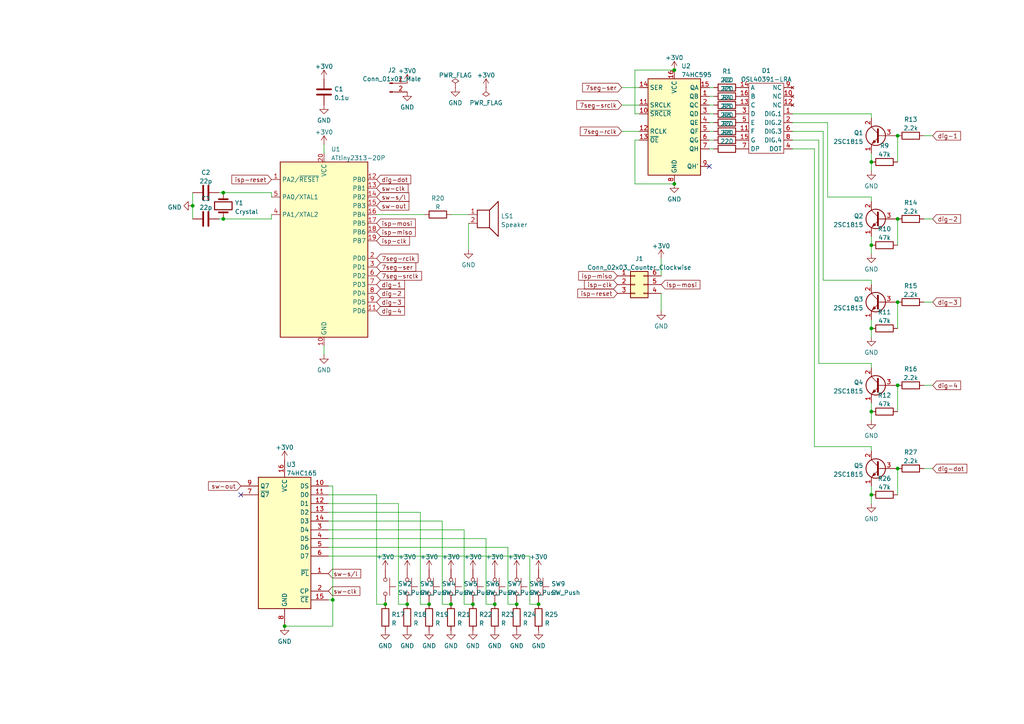
<source format=kicad_sch>
(kicad_sch (version 20211123) (generator eeschema)
  (paper "A4")
  (title_block (title "4dig-7seg clock") (date "2023-06-22") (rev "v0.0.1") (company "shimo8810"))
  (lib_symbols
    (symbol "74xx:74HC165"
      (property "Reference" "U" (at -7.62 19.05 0))
      (property "Value" "74HC165" (at -7.62 -21.59 0))
      (symbol "74HC165_1_0"
        (pin input line (at -12.7 -10.16 0) (length 5.08) (name "~{PL}") (number "1"))
        (pin input line (at -12.7 15.24 0) (length 5.08) (name "DS") (number "10"))
        (pin input line (at -12.7 12.7 0) (length 5.08) (name "D0") (number "11"))
        (pin input line (at -12.7 10.16 0) (length 5.08) (name "D1") (number "12"))
        (pin input line (at -12.7 7.62 0) (length 5.08) (name "D2") (number "13"))
        (pin input line (at -12.7 5.08 0) (length 5.08) (name "D3") (number "14"))
        (pin input line (at -12.7 -17.78 0) (length 5.08) (name "~{CE}") (number "15"))
        (pin power_in line (at 0 22.86 270) (length 5.08) (name "VCC") (number "16"))
        (pin input line (at -12.7 -15.24 0) (length 5.08) (name "CP") (number "2"))
        (pin input line (at -12.7 2.54 0) (length 5.08) (name "D4") (number "3"))
        (pin input line (at -12.7 0 0) (length 5.08) (name "D5") (number "4"))
        (pin input line (at -12.7 -2.54 0) (length 5.08) (name "D6") (number "5"))
        (pin input line (at -12.7 -5.08 0) (length 5.08) (name "D7") (number "6"))
        (pin output line (at 12.7 12.7 180) (length 5.08) (name "~{Q7}") (number "7"))
        (pin power_in line (at 0 -25.4 90) (length 5.08) (name "GND") (number "8"))
        (pin output line (at 12.7 15.24 180) (length 5.08) (name "Q7") (number "9"))
      )
      (symbol "74HC165_1_1"
        (rectangle (start -7.62 17.78) (end 7.62 -20.32) (stroke (width 0.254)) (fill (type background)))
      )
    )
    (symbol "74xx:74HC595"
      (property "Reference" "U" (at -7.62 13.97 0))
      (property "Value" "74HC595" (at -7.62 -16.51 0))
      (symbol "74HC595_1_0"
        (pin tri_state line (at 10.16 7.62 180) (length 2.54) (name "QB") (number "1"))
        (pin input line (at -10.16 2.54 0) (length 2.54) (name "~{SRCLR}") (number "10"))
        (pin input line (at -10.16 5.08 0) (length 2.54) (name "SRCLK") (number "11"))
        (pin input line (at -10.16 -2.54 0) (length 2.54) (name "RCLK") (number "12"))
        (pin input line (at -10.16 -5.08 0) (length 2.54) (name "~{OE}") (number "13"))
        (pin input line (at -10.16 10.16 0) (length 2.54) (name "SER") (number "14"))
        (pin tri_state line (at 10.16 10.16 180) (length 2.54) (name "QA") (number "15"))
        (pin power_in line (at 0 15.24 270) (length 2.54) (name "VCC") (number "16"))
        (pin tri_state line (at 10.16 5.08 180) (length 2.54) (name "QC") (number "2"))
        (pin tri_state line (at 10.16 2.54 180) (length 2.54) (name "QD") (number "3"))
        (pin tri_state line (at 10.16 0 180) (length 2.54) (name "QE") (number "4"))
        (pin tri_state line (at 10.16 -2.54 180) (length 2.54) (name "QF") (number "5"))
        (pin tri_state line (at 10.16 -5.08 180) (length 2.54) (name "QG") (number "6"))
        (pin tri_state line (at 10.16 -7.62 180) (length 2.54) (name "QH") (number "7"))
        (pin power_in line (at 0 -17.78 90) (length 2.54) (name "GND") (number "8"))
        (pin output line (at 10.16 -12.7 180) (length 2.54) (name "QH'") (number "9"))
      )
      (symbol "74HC595_1_1"
        (rectangle (start -7.62 12.7) (end 7.62 -15.24) (stroke (width 0.254)) (fill (type background)))
      )
    )
    (symbol "Connector:Conn_01x02_Male" (pin_names (offset 1.016) hide)
      (property "Reference" "J" (at 0 2.54 0))
      (property "Value" "Conn_01x02_Male" (at 0 -5.08 0))
      (symbol "Conn_01x02_Male_1_1"
        (polyline (pts (xy 1.27 -2.54) (xy 0.8636 -2.54)) (stroke (width 0.1524)))
        (polyline (pts (xy 1.27 0) (xy 0.8636 0)) (stroke (width 0.1524)))
        (rectangle (start 0.8636 -2.413) (end 0 -2.667) (stroke (width 0.1524)) (fill (type outline)))
        (rectangle (start 0.8636 0.127) (end 0 -0.127) (stroke (width 0.1524)) (fill (type outline)))
        (pin passive line (at 5.08 0 180) (length 3.81) (name "Pin_1") (number "1"))
        (pin passive line (at 5.08 -2.54 180) (length 3.81) (name "Pin_2") (number "2"))
      )
    )
    (symbol "Connector_Generic:Conn_02x03_Counter_Clockwise" (pin_names (offset 1.016) hide)
      (property "Reference" "J" (at 1.27 5.08 0))
      (property "Value" "Conn_02x03_Counter_Clockwise" (at 1.27 -5.08 0))
      (symbol "Conn_02x03_Counter_Clockwise_1_1"
        (rectangle (start -1.27 -2.413) (end 0 -2.667) (stroke (width 0.1524)))
        (rectangle (start -1.27 0.127) (end 0 -0.127) (stroke (width 0.1524)))
        (rectangle (start -1.27 2.667) (end 0 2.413) (stroke (width 0.1524)))
        (rectangle (start -1.27 3.81) (end 3.81 -3.81) (stroke (width 0.254)) (fill (type background)))
        (rectangle (start 3.81 -2.413) (end 2.54 -2.667) (stroke (width 0.1524)))
        (rectangle (start 3.81 0.127) (end 2.54 -0.127) (stroke (width 0.1524)))
        (rectangle (start 3.81 2.667) (end 2.54 2.413) (stroke (width 0.1524)))
        (pin passive line (at -5.08 2.54 0) (length 3.81) (name "Pin_1") (number "1"))
        (pin passive line (at -5.08 0 0) (length 3.81) (name "Pin_2") (number "2"))
        (pin passive line (at -5.08 -2.54 0) (length 3.81) (name "Pin_3") (number "3"))
        (pin passive line (at 7.62 -2.54 180) (length 3.81) (name "Pin_4") (number "4"))
        (pin passive line (at 7.62 0 180) (length 3.81) (name "Pin_5") (number "5"))
        (pin passive line (at 7.62 2.54 180) (length 3.81) (name "Pin_6") (number "6"))
      )
    )
    (symbol "Device:C" (pin_numbers hide) (pin_names (offset 0.254))
      (property "Reference" "C" (at 0.635 2.54 0))
      (property "Value" "C" (at 0.635 -2.54 0))
      (symbol "C_0_1"
        (polyline (pts (xy -2.032 -0.762) (xy 2.032 -0.762)) (stroke (width 0.508)))
        (polyline (pts (xy -2.032 0.762) (xy 2.032 0.762)) (stroke (width 0.508)))
      )
      (symbol "C_1_1"
        (pin passive line (at 0 3.81 270) (length 2.794) (name "~") (number "1"))
        (pin passive line (at 0 -3.81 90) (length 2.794) (name "~") (number "2"))
      )
    )
    (symbol "Device:Crystal" (pin_numbers hide) (pin_names (offset 1.016) hide)
      (property "Reference" "Y" (at 0 3.81 0))
      (property "Value" "Crystal" (at 0 -3.81 0))
      (symbol "Crystal_0_1"
        (rectangle (start -1.143 2.54) (end 1.143 -2.54) (stroke (width 0.3048)))
        (polyline (pts (xy -2.54 0) (xy -1.905 0)))
        (polyline (pts (xy -1.905 -1.27) (xy -1.905 1.27)) (stroke (width 0.508)))
        (polyline (pts (xy 1.905 -1.27) (xy 1.905 1.27)) (stroke (width 0.508)))
        (polyline (pts (xy 2.54 0) (xy 1.905 0)))
      )
      (symbol "Crystal_1_1"
        (pin passive line (at -3.81 0 0) (length 1.27) (name "1") (number "1"))
        (pin passive line (at 3.81 0 180) (length 1.27) (name "2") (number "2"))
      )
    )
    (symbol "Device:R" (pin_numbers hide) (pin_names (offset 0))
      (property "Reference" "R" (at 2.032 0 90))
      (property "Value" "R" (at 0 0 90))
      (symbol "R_0_1"
        (rectangle (start -1.016 -2.54) (end 1.016 2.54) (stroke (width 0.254)))
      )
      (symbol "R_1_1"
        (pin passive line (at 0 3.81 270) (length 1.27) (name "~") (number "1"))
        (pin passive line (at 0 -3.81 90) (length 1.27) (name "~") (number "2"))
      )
    )
    (symbol "Device:Speaker" (pin_names (offset 0) hide)
      (property "Reference" "LS" (at 1.27 5.715 0))
      (property "Value" "Speaker" (at 1.27 3.81 0))
      (symbol "Speaker_0_0"
        (rectangle (start -2.54 1.27) (end 1.016 -3.81) (stroke (width 0.254)))
        (polyline (pts (xy 1.016 1.27) (xy 3.556 3.81) (xy 3.556 -6.35) (xy 1.016 -3.81)) (stroke (width 0.254)))
      )
      (symbol "Speaker_1_1"
        (pin input line (at -5.08 0 0) (length 2.54) (name "1") (number "1"))
        (pin input line (at -5.08 -2.54 0) (length 2.54) (name "2") (number "2"))
      )
    )
    (symbol "MCU_Microchip_ATtiny:ATtiny2313-20P"
      (property "Reference" "U" (at -12.7 26.67 0))
      (property "Value" "ATtiny2313-20P" (at 2.54 -26.67 0))
      (symbol "ATtiny2313-20P_0_1"
        (rectangle (start -12.7 -25.4) (end 12.7 25.4) (stroke (width 0.254)) (fill (type background)))
      )
      (symbol "ATtiny2313-20P_1_1"
        (pin bidirectional line (at -15.24 20.32 0) (length 2.54) (name "PA2/~{RESET}") (number "1"))
        (pin power_in line (at 0 -27.94 90) (length 2.54) (name "GND") (number "10"))
        (pin bidirectional line (at 15.24 -17.78 180) (length 2.54) (name "PD6") (number "11"))
        (pin bidirectional line (at 15.24 20.32 180) (length 2.54) (name "PB0") (number "12"))
        (pin bidirectional line (at 15.24 17.78 180) (length 2.54) (name "PB1") (number "13"))
        (pin bidirectional line (at 15.24 15.24 180) (length 2.54) (name "PB2") (number "14"))
        (pin bidirectional line (at 15.24 12.7 180) (length 2.54) (name "PB3") (number "15"))
        (pin bidirectional line (at 15.24 10.16 180) (length 2.54) (name "PB4") (number "16"))
        (pin bidirectional line (at 15.24 7.62 180) (length 2.54) (name "PB5") (number "17"))
        (pin bidirectional line (at 15.24 5.08 180) (length 2.54) (name "PB6") (number "18"))
        (pin bidirectional line (at 15.24 2.54 180) (length 2.54) (name "PB7") (number "19"))
        (pin bidirectional line (at 15.24 -2.54 180) (length 2.54) (name "PD0") (number "2"))
        (pin power_in line (at 0 27.94 270) (length 2.54) (name "VCC") (number "20"))
        (pin bidirectional line (at 15.24 -5.08 180) (length 2.54) (name "PD1") (number "3"))
        (pin bidirectional line (at -15.24 10.16 0) (length 2.54) (name "PA1/XTAL2") (number "4"))
        (pin bidirectional line (at -15.24 15.24 0) (length 2.54) (name "PA0/XTAL1") (number "5"))
        (pin bidirectional line (at 15.24 -7.62 180) (length 2.54) (name "PD2") (number "6"))
        (pin bidirectional line (at 15.24 -10.16 180) (length 2.54) (name "PD3") (number "7"))
        (pin bidirectional line (at 15.24 -12.7 180) (length 2.54) (name "PD4") (number "8"))
        (pin bidirectional line (at 15.24 -15.24 180) (length 2.54) (name "PD5") (number "9"))
      )
    )
    (symbol "Switch:SW_Push" (pin_numbers hide) (pin_names (offset 1.016) hide)
      (property "Reference" "SW" (at 1.27 2.54 0))
      (property "Value" "SW_Push" (at 0 -1.524 0))
      (symbol "SW_Push_0_1"
        (circle (center -2.032 0) (radius 0.508))
        (polyline (pts (xy 0 1.27) (xy 0 3.048)))
        (polyline (pts (xy 2.54 1.27) (xy -2.54 1.27)))
        (circle (center 2.032 0) (radius 0.508))
        (pin passive line (at -5.08 0 0) (length 2.54) (name "1") (number "1"))
        (pin passive line (at 5.08 0 180) (length 2.54) (name "2") (number "2"))
      )
    )
    (symbol "Transistor_BJT:2SC1815" (pin_names (offset 0) hide)
      (property "Reference" "Q" (at 5.08 1.905 0))
      (property "Value" "2SC1815" (at 5.08 0 0))
      (symbol "2SC1815_0_1"
        (polyline (pts (xy 0 0) (xy 0.508 0)))
        (polyline (pts (xy 0.635 0.635) (xy 2.54 2.54)))
        (polyline (pts (xy 0.635 -0.635) (xy 2.54 -2.54) (xy 2.54 -2.54)))
        (polyline (pts (xy 0.635 1.905) (xy 0.635 -1.905) (xy 0.635 -1.905)) (stroke (width 0.508)))
        (polyline (pts (xy 1.27 -1.778) (xy 1.778 -1.27) (xy 2.286 -2.286) (xy 1.27 -1.778) (xy 1.27 -1.778)) (fill (type outline)))
        (circle (center 1.27 0) (radius 2.8194) (stroke (width 0.254)))
      )
      (symbol "2SC1815_1_1"
        (pin passive line (at 2.54 -5.08 90) (length 2.54) (name "E") (number "1"))
        (pin passive line (at 2.54 5.08 270) (length 2.54) (name "C") (number "2"))
        (pin input line (at -5.08 0 0) (length 5.08) (name "B") (number "3"))
      )
    )
    (symbol "clock:OSL40391-LRA"
      (property "Reference" "D" (at 0 11.43 0))
      (property "Value" "OSL40391-LRA" (at 0 -11.43 0))
      (symbol "OSL40391-LRA_0_1"
        (rectangle (start -3.81 10.16) (end 6.35 -10.16) (stroke (width 0.1524)))
      )
      (symbol "OSL40391-LRA_1_1"
        (pin passive line (at 8.89 1.27 180) (length 2.54) (name "DIG.1") (number "1"))
        (pin no_connect line (at 8.89 6.35 180) (length 2.54) (name "NC") (number "10"))
        (pin passive line (at -6.35 -3.81 0) (length 2.54) (name "F") (number "11"))
        (pin no_connect line (at 8.89 3.81 180) (length 2.54) (name "NC") (number "12"))
        (pin passive line (at -6.35 3.81 0) (length 2.54) (name "C") (number "13"))
        (pin passive line (at -6.35 8.89 0) (length 2.54) (name "A") (number "14"))
        (pin passive line (at -6.35 -6.35 0) (length 2.54) (name "G") (number "15"))
        (pin passive line (at -6.35 6.35 0) (length 2.54) (name "B") (number "16"))
        (pin passive line (at 8.89 -1.27 180) (length 2.54) (name "DIG.2") (number "2"))
        (pin passive line (at -6.35 1.27 0) (length 2.54) (name "D") (number "3"))
        (pin passive line (at 8.89 -8.89 180) (length 2.54) (name "DOT") (number "4"))
        (pin passive line (at -6.35 -1.27 0) (length 2.54) (name "E") (number "5"))
        (pin passive line (at 8.89 -3.81 180) (length 2.54) (name "DIG.3") (number "6"))
        (pin passive line (at -6.35 -8.89 0) (length 2.54) (name "DP") (number "7"))
        (pin passive line (at 8.89 -6.35 180) (length 2.54) (name "DIG.4") (number "8"))
        (pin no_connect line (at 8.89 8.89 180) (length 2.54) (name "NC") (number "9"))
      )
    )
    (symbol "power:+3V0" (power) (pin_names (offset 0))
      (property "Value" "+3V0" (at 0 3.556 0))
      (symbol "+3V0_0_1"
        (polyline (pts (xy -0.762 1.27) (xy 0 2.54)))
        (polyline (pts (xy 0 0) (xy 0 2.54)))
        (polyline (pts (xy 0 2.54) (xy 0.762 1.27)))
      )
      (symbol "+3V0_1_1"
        (pin power_in line (at 0 0 90) (length 0) hide (name "+3V0") (number "1"))
      )
    )
    (symbol "power:GND" (power) (pin_names (offset 0))
      (property "Value" "GND" (at 0 -3.81 0))
      (symbol "GND_0_1"
        (polyline (pts (xy 0 0) (xy 0 -1.27) (xy 1.27 -1.27) (xy 0 -2.54) (xy -1.27 -1.27) (xy 0 -1.27)))
      )
      (symbol "GND_1_1"
        (pin power_in line (at 0 0 270) (length 0) hide (name "GND") (number "1"))
      )
    )
    (symbol "power:PWR_FLAG" (power) (pin_numbers hide) (pin_names (offset 0) hide)
      (property "Value" "PWR_FLAG" (at 0 3.81 0))
      (symbol "PWR_FLAG_0_0"
        (pin power_out line (at 0 0 90) (length 0) (name "pwr") (number "1"))
      )
      (symbol "PWR_FLAG_0_1"
        (polyline (pts (xy 0 0) (xy 0 1.27) (xy -1.016 1.905) (xy 0 2.54) (xy 1.016 1.905) (xy 0 1.27)))
      )
    )
  )
  (junction (at 252.73 119.38))
  (junction (at 252.73 46.99))
  (junction (at 118.11 175.26))
  (junction (at 111.76 175.26))
  (junction (at 260.35 111.76))
  (junction (at 124.46 175.26))
  (junction (at 64.77 55.88))
  (junction (at 82.55 181.61))
  (junction (at 96.52 173.99))
  (junction (at 130.81 175.26))
  (junction (at 260.35 63.5))
  (junction (at 252.73 95.25))
  (junction (at 252.73 143.51))
  (junction (at 156.21 175.26))
  (junction (at 64.77 63.5))
  (junction (at 252.73 71.12))
  (junction (at 195.58 20.32))
  (junction (at 143.51 175.26))
  (junction (at 260.35 135.89))
  (junction (at 260.35 87.63))
  (junction (at 195.58 53.34))
  (junction (at 55.88 59.69))
  (junction (at 149.86 175.26))
  (junction (at 260.35 39.37))
  (junction (at 137.16 175.26))
  (no_connect (at 69.85 143.51))
  (no_connect (at 205.74 48.26))
  (wire (pts (xy 78.74 63.5) (xy 64.77 63.5)))
  (wire (pts (xy 184.15 53.34) (xy 195.58 53.34)))
  (wire (pts (xy 252.73 119.38) (xy 252.73 121.92)))
  (wire (pts (xy 95.25 161.29) (xy 153.67 161.29)))
  (wire (pts (xy 205.74 35.56) (xy 207.01 35.56)))
  (wire (pts (xy 252.73 33.02) (xy 252.73 34.29)))
  (wire (pts (xy 229.87 33.02) (xy 252.73 33.02)))
  (wire (pts (xy 252.73 143.51) (xy 252.73 146.05)))
  (wire (pts (xy 267.97 135.89) (xy 270.51 135.89)))
  (wire (pts (xy 260.35 87.63) (xy 260.35 95.25)))
  (wire (pts (xy 55.88 59.69) (xy 55.88 63.5)))
  (wire (pts (xy 229.87 40.64) (xy 237.49 40.64)))
  (wire (pts (xy 153.67 161.29) (xy 153.67 175.26)))
  (wire (pts (xy 267.97 87.63) (xy 270.51 87.63)))
  (wire (pts (xy 95.25 156.21) (xy 140.97 156.21)))
  (wire (pts (xy 96.52 140.97) (xy 96.52 173.99)))
  (wire (pts (xy 191.77 85.09) (xy 191.77 90.17)))
  (wire (pts (xy 191.77 74.93) (xy 191.77 80.01)))
  (wire (pts (xy 267.97 63.5) (xy 270.51 63.5)))
  (wire (pts (xy 238.76 38.1) (xy 238.76 81.28)))
  (wire (pts (xy 109.22 143.51) (xy 109.22 175.26)))
  (wire (pts (xy 238.76 81.28) (xy 252.73 81.28)))
  (wire (pts (xy 153.67 175.26) (xy 156.21 175.26)))
  (wire (pts (xy 252.73 105.41) (xy 252.73 106.68)))
  (wire (pts (xy 240.03 57.15) (xy 252.73 57.15)))
  (wire (pts (xy 95.25 140.97) (xy 96.52 140.97)))
  (wire (pts (xy 184.15 20.32) (xy 195.58 20.32)))
  (wire (pts (xy 96.52 173.99) (xy 95.25 173.99)))
  (wire (pts (xy 252.73 95.25) (xy 252.73 97.79)))
  (wire (pts (xy 95.25 148.59) (xy 121.92 148.59)))
  (wire (pts (xy 184.15 33.02) (xy 184.15 20.32)))
  (wire (pts (xy 140.97 175.26) (xy 143.51 175.26)))
  (wire (pts (xy 93.98 41.91) (xy 93.98 44.45)))
  (wire (pts (xy 134.62 175.26) (xy 137.16 175.26)))
  (wire (pts (xy 82.55 181.61) (xy 96.52 181.61)))
  (wire (pts (xy 180.34 30.48) (xy 185.42 30.48)))
  (wire (pts (xy 252.73 57.15) (xy 252.73 58.42)))
  (wire (pts (xy 64.77 55.88) (xy 78.74 55.88)))
  (wire (pts (xy 252.73 46.99) (xy 252.73 49.53)))
  (wire (pts (xy 140.97 156.21) (xy 140.97 175.26)))
  (wire (pts (xy 96.52 181.61) (xy 96.52 173.99)))
  (wire (pts (xy 205.74 43.18) (xy 207.01 43.18)))
  (wire (pts (xy 115.57 175.26) (xy 118.11 175.26)))
  (wire (pts (xy 63.5 63.5) (xy 64.77 63.5)))
  (wire (pts (xy 260.35 111.76) (xy 260.35 119.38)))
  (wire (pts (xy 95.25 143.51) (xy 109.22 143.51)))
  (wire (pts (xy 252.73 44.45) (xy 252.73 46.99)))
  (wire (pts (xy 128.27 151.13) (xy 128.27 175.26)))
  (wire (pts (xy 95.25 146.05) (xy 115.57 146.05)))
  (wire (pts (xy 135.89 64.77) (xy 135.89 72.39)))
  (wire (pts (xy 252.73 71.12) (xy 252.73 73.66)))
  (wire (pts (xy 78.74 55.88) (xy 78.74 57.15)))
  (wire (pts (xy 260.35 135.89) (xy 260.35 143.51)))
  (wire (pts (xy 180.34 25.4) (xy 185.42 25.4)))
  (wire (pts (xy 95.25 158.75) (xy 147.32 158.75)))
  (wire (pts (xy 236.22 43.18) (xy 236.22 129.54)))
  (wire (pts (xy 252.73 68.58) (xy 252.73 71.12)))
  (wire (pts (xy 260.35 39.37) (xy 260.35 46.99)))
  (wire (pts (xy 130.81 62.23) (xy 135.89 62.23)))
  (wire (pts (xy 267.97 39.37) (xy 270.51 39.37)))
  (wire (pts (xy 205.74 30.48) (xy 207.01 30.48)))
  (wire (pts (xy 184.15 40.64) (xy 184.15 53.34)))
  (wire (pts (xy 252.73 140.97) (xy 252.73 143.51)))
  (wire (pts (xy 267.97 111.76) (xy 270.51 111.76)))
  (wire (pts (xy 63.5 55.88) (xy 64.77 55.88)))
  (wire (pts (xy 237.49 40.64) (xy 237.49 105.41)))
  (wire (pts (xy 184.15 40.64) (xy 185.42 40.64)))
  (wire (pts (xy 236.22 129.54) (xy 252.73 129.54)))
  (wire (pts (xy 252.73 116.84) (xy 252.73 119.38)))
  (wire (pts (xy 147.32 175.26) (xy 149.86 175.26)))
  (wire (pts (xy 180.34 38.1) (xy 185.42 38.1)))
  (wire (pts (xy 205.74 40.64) (xy 207.01 40.64)))
  (wire (pts (xy 55.88 55.88) (xy 55.88 59.69)))
  (wire (pts (xy 205.74 27.94) (xy 207.01 27.94)))
  (wire (pts (xy 95.25 153.67) (xy 134.62 153.67)))
  (wire (pts (xy 134.62 153.67) (xy 134.62 175.26)))
  (wire (pts (xy 93.98 102.87) (xy 93.98 100.33)))
  (wire (pts (xy 252.73 81.28) (xy 252.73 82.55)))
  (wire (pts (xy 109.22 175.26) (xy 111.76 175.26)))
  (wire (pts (xy 147.32 158.75) (xy 147.32 175.26)))
  (wire (pts (xy 128.27 175.26) (xy 130.81 175.26)))
  (wire (pts (xy 95.25 151.13) (xy 128.27 151.13)))
  (wire (pts (xy 205.74 33.02) (xy 207.01 33.02)))
  (wire (pts (xy 185.42 33.02) (xy 184.15 33.02)))
  (wire (pts (xy 109.22 62.23) (xy 123.19 62.23)))
  (wire (pts (xy 237.49 105.41) (xy 252.73 105.41)))
  (wire (pts (xy 115.57 146.05) (xy 115.57 175.26)))
  (wire (pts (xy 229.87 38.1) (xy 238.76 38.1)))
  (wire (pts (xy 252.73 92.71) (xy 252.73 95.25)))
  (wire (pts (xy 78.74 62.23) (xy 78.74 63.5)))
  (wire (pts (xy 240.03 35.56) (xy 240.03 57.15)))
  (wire (pts (xy 205.74 38.1) (xy 207.01 38.1)))
  (wire (pts (xy 229.87 43.18) (xy 236.22 43.18)))
  (wire (pts (xy 205.74 25.4) (xy 207.01 25.4)))
  (wire (pts (xy 121.92 148.59) (xy 121.92 175.26)))
  (wire (pts (xy 121.92 175.26) (xy 124.46 175.26)))
  (wire (pts (xy 229.87 35.56) (xy 240.03 35.56)))
  (wire (pts (xy 260.35 63.5) (xy 260.35 71.12)))
  (wire (pts (xy 252.73 129.54) (xy 252.73 130.81)))
  (global_label "sw-s{slash}l" (shape input) (at 109.22 57.15 0) (property "シート間のリファレンス" "${INTERSHEET_REFS}" (effects hide)))
  (global_label "dig-1" (shape input) (at 270.51 39.37 0) (property "シート間のリファレンス" "${INTERSHEET_REFS}" (effects hide)))
  (global_label "isp-mosi" (shape input) (at 191.77 82.55 0) (property "シート間のリファレンス" "${INTERSHEET_REFS}" (effects hide)))
  (global_label "isp-reset" (shape input) (at 179.07 85.09 180) (property "シート間のリファレンス" "${INTERSHEET_REFS}" (effects hide)))
  (global_label "dig-3" (shape input) (at 270.51 87.63 0) (property "シート間のリファレンス" "${INTERSHEET_REFS}" (effects hide)))
  (global_label "7seg-ser" (shape input) (at 180.34 25.4 180) (property "シート間のリファレンス" "${INTERSHEET_REFS}" (effects hide)))
  (global_label "7seg-rclk" (shape input) (at 109.22 74.93 0) (property "シート間のリファレンス" "${INTERSHEET_REFS}" (effects hide)))
  (global_label "7seg-ser" (shape input) (at 109.22 77.47 0) (property "シート間のリファレンス" "${INTERSHEET_REFS}" (effects hide)))
  (global_label "sw-clk" (shape input) (at 95.25 171.45 0) (property "シート間のリファレンス" "${INTERSHEET_REFS}" (effects hide)))
  (global_label "7seg-srclk" (shape input) (at 109.22 80.01 0) (property "シート間のリファレンス" "${INTERSHEET_REFS}" (effects hide)))
  (global_label "dig-dot" (shape input) (at 109.22 52.07 0) (property "シート間のリファレンス" "${INTERSHEET_REFS}" (effects hide)))
  (global_label "sw-out" (shape input) (at 109.22 59.69 0) (property "シート間のリファレンス" "${INTERSHEET_REFS}" (effects hide)))
  (global_label "sw-clk" (shape input) (at 109.22 54.61 0) (property "シート間のリファレンス" "${INTERSHEET_REFS}" (effects hide)))
  (global_label "isp-clk" (shape input) (at 109.22 69.85 0) (property "シート間のリファレンス" "${INTERSHEET_REFS}" (effects hide)))
  (global_label "dig-dot" (shape input) (at 270.51 135.89 0) (property "シート間のリファレンス" "${INTERSHEET_REFS}" (effects hide)))
  (global_label "isp-clk" (shape input) (at 179.07 82.55 180) (property "シート間のリファレンス" "${INTERSHEET_REFS}" (effects hide)))
  (global_label "7seg-srclk" (shape input) (at 180.34 30.48 180) (property "シート間のリファレンス" "${INTERSHEET_REFS}" (effects hide)))
  (global_label "isp-miso" (shape input) (at 109.22 67.31 0) (property "シート間のリファレンス" "${INTERSHEET_REFS}" (effects hide)))
  (global_label "dig-4" (shape input) (at 270.51 111.76 0) (property "シート間のリファレンス" "${INTERSHEET_REFS}" (effects hide)))
  (global_label "isp-miso" (shape input) (at 179.07 80.01 180) (property "シート間のリファレンス" "${INTERSHEET_REFS}" (effects hide)))
  (global_label "sw-out" (shape input) (at 69.85 140.97 180) (property "シート間のリファレンス" "${INTERSHEET_REFS}" (effects hide)))
  (global_label "isp-mosi" (shape input) (at 109.22 64.77 0) (property "シート間のリファレンス" "${INTERSHEET_REFS}" (effects hide)))
  (global_label "dig-4" (shape input) (at 109.22 90.17 0) (property "シート間のリファレンス" "${INTERSHEET_REFS}" (effects hide)))
  (global_label "7seg-rclk" (shape input) (at 180.34 38.1 180) (property "シート間のリファレンス" "${INTERSHEET_REFS}" (effects hide)))
  (global_label "dig-2" (shape input) (at 270.51 63.5 0) (property "シート間のリファレンス" "${INTERSHEET_REFS}" (effects hide)))
  (global_label "isp-reset" (shape input) (at 78.74 52.07 180) (property "シート間のリファレンス" "${INTERSHEET_REFS}" (effects hide)))
  (global_label "dig-2" (shape input) (at 109.22 85.09 0) (property "シート間のリファレンス" "${INTERSHEET_REFS}" (effects hide)))
  (global_label "sw-s{slash}l" (shape input) (at 95.25 166.37 0) (property "シート間のリファレンス" "${INTERSHEET_REFS}" (effects hide)))
  (global_label "dig-3" (shape input) (at 109.22 87.63 0) (property "シート間のリファレンス" "${INTERSHEET_REFS}" (effects hide)))
  (global_label "dig-1" (shape input) (at 109.22 82.55 0) (property "シート間のリファレンス" "${INTERSHEET_REFS}" (effects hide)))
  (symbol (lib_id "power:GND") (at 118.11 182.88 0) (unit 1)
    (property "Reference" "#PWR0123" (effects hide))
    (property "Value" "GND" (at 118.11 187.3234 0))
  )
  (symbol (lib_id "power:GND") (at 118.11 26.67 0) (unit 1)
    (property "Reference" "#PWR011" (effects hide))
    (property "Value" "GND" (at 118.11 31.1134 0))
  )
  (symbol (lib_id "Device:R") (at 210.82 25.4 90) (unit 1)
    (property "Reference" "R1" (at 210.82 20.6842 90))
    (property "Value" "220" (at 210.82 23.2211 90))
    (property "Footprint" "Resistor_THT:R_Axial_DIN0207_L6.3mm_D2.5mm_P7.62mm_Horizontal" (effects hide))
  )
  (symbol (lib_id "power:GND") (at 93.98 102.87 0) (unit 1)
    (property "Reference" "#PWR04" (effects hide))
    (property "Value" "GND" (at 93.98 107.3134 0))
  )
  (symbol (lib_id "74xx:74HC595") (at 195.58 35.56 0) (unit 1)
    (property "Reference" "U2" (at 197.5994 19.1602 0) (effects (justify left)))
    (property "Value" "74HC595" (at 197.5994 21.6971 0) (effects (justify left)))
    (property "Footprint" "Package_DIP:DIP-16_W7.62mm" (effects hide))
    (property "Datasheet" "http://www.ti.com/lit/ds/symlink/sn74hc595.pdf" (effects hide))
  )
  (symbol (lib_id "Transistor_BJT:2SC1815") (at 255.27 111.76 0) (mirror y) (unit 1)
    (property "Reference" "Q4" (at 250.4187 110.9253 0) (effects (justify left)))
    (property "Value" "2SC1815" (at 250.4187 113.4622 0) (effects (justify left)))
    (property "Footprint" "Package_TO_SOT_THT:TO-92_Inline" (effects hide))
    (property "Datasheet" "https://media.digikey.com/pdf/Data%20Sheets/Toshiba%20PDFs/2SC1815.pdf" (effects hide))
  )
  (symbol (lib_id "Device:R") (at 137.16 179.07 0) (unit 1)
    (property "Reference" "R22" (at 138.938 178.2353 0) (effects (justify left)))
    (property "Value" "R" (at 138.938 180.7722 0) (effects (justify left)))
    (property "Footprint" "Resistor_THT:R_Axial_DIN0207_L6.3mm_D2.5mm_P7.62mm_Horizontal" (effects hide))
  )
  (symbol (lib_id "Device:R") (at 143.51 179.07 0) (unit 1)
    (property "Reference" "R23" (at 145.288 178.2353 0) (effects (justify left)))
    (property "Value" "R" (at 145.288 180.7722 0) (effects (justify left)))
    (property "Footprint" "Resistor_THT:R_Axial_DIN0207_L6.3mm_D2.5mm_P7.62mm_Horizontal" (effects hide))
  )
  (symbol (lib_id "Device:R") (at 264.16 87.63 90) (unit 1)
    (property "Reference" "R15" (at 264.16 82.9142 90))
    (property "Value" "2.2k" (at 264.16 85.4511 90))
    (property "Footprint" "Resistor_THT:R_Axial_DIN0207_L6.3mm_D2.5mm_P7.62mm_Horizontal" (effects hide))
  )
  (symbol (lib_id "Device:R") (at 210.82 27.94 90) (unit 1)
    (property "Reference" "R2" (at 210.82 23.2242 90))
    (property "Value" "220" (at 210.82 25.7611 90))
    (property "Footprint" "Resistor_THT:R_Axial_DIN0207_L6.3mm_D2.5mm_P7.62mm_Horizontal" (effects hide))
  )
  (symbol (lib_id "Device:R") (at 210.82 40.64 90) (unit 1)
    (property "Reference" "R7" (at 210.82 35.9242 90))
    (property "Value" "220" (at 210.82 38.4611 90))
    (property "Footprint" "Resistor_THT:R_Axial_DIN0207_L6.3mm_D2.5mm_P7.62mm_Horizontal" (effects hide))
  )
  (symbol (lib_id "power:+3V0") (at 143.51 165.1 0) (unit 1)
    (property "Reference" "#PWR0111" (effects hide))
    (property "Value" "+3V0" (at 143.51 161.5242 0))
  )
  (symbol (lib_id "power:+3V0") (at 149.86 165.1 0) (unit 1)
    (property "Reference" "#PWR0120" (effects hide))
    (property "Value" "+3V0" (at 149.86 161.5242 0))
  )
  (symbol (lib_id "Connector:Conn_01x02_Male") (at 113.03 24.13 0) (unit 1)
    (property "Reference" "J2" (at 113.665 20.354 0))
    (property "Value" "Conn_01x02_Male" (at 113.665 22.8909 0))
    (property "Footprint" "Connector_PinSocket_2.54mm:PinSocket_1x02_P2.54mm_Vertical" (effects hide))
  )
  (symbol (lib_id "power:+3V0") (at 124.46 165.1 0) (unit 1)
    (property "Reference" "#PWR0115" (effects hide))
    (property "Value" "+3V0" (at 124.46 161.5242 0))
  )
  (symbol (lib_id "Device:R") (at 118.11 179.07 0) (unit 1)
    (property "Reference" "R18" (at 119.888 178.2353 0) (effects (justify left)))
    (property "Value" "R" (at 119.888 180.7722 0) (effects (justify left)))
    (property "Footprint" "Resistor_THT:R_Axial_DIN0207_L6.3mm_D2.5mm_P7.62mm_Horizontal" (effects hide))
  )
  (symbol (lib_id "Device:R") (at 127 62.23 90) (unit 1)
    (property "Reference" "R20" (at 127 57.5142 90))
    (property "Value" "R" (at 127 60.0511 90))
    (property "Footprint" "Resistor_THT:R_Axial_DIN0207_L6.3mm_D2.5mm_P7.62mm_Horizontal" (effects hide))
  )
  (symbol (lib_id "Device:R") (at 156.21 179.07 0) (unit 1)
    (property "Reference" "R25" (at 157.988 178.2353 0) (effects (justify left)))
    (property "Value" "R" (at 157.988 180.7722 0) (effects (justify left)))
    (property "Footprint" "Resistor_THT:R_Axial_DIN0207_L6.3mm_D2.5mm_P7.62mm_Horizontal" (effects hide))
  )
  (symbol (lib_id "Transistor_BJT:2SC1815") (at 255.27 39.37 0) (mirror y) (unit 1)
    (property "Reference" "Q1" (at 250.4187 38.5353 0) (effects (justify left)))
    (property "Value" "2SC1815" (at 250.4187 41.0722 0) (effects (justify left)))
    (property "Footprint" "Package_TO_SOT_THT:TO-92_Inline" (effects hide))
    (property "Datasheet" "https://media.digikey.com/pdf/Data%20Sheets/Toshiba%20PDFs/2SC1815.pdf" (effects hide))
  )
  (symbol (lib_id "power:GND") (at 137.16 182.88 0) (unit 1)
    (property "Reference" "#PWR0112" (effects hide))
    (property "Value" "GND" (at 137.16 187.3234 0))
  )
  (symbol (lib_id "Switch:SW_Push") (at 143.51 170.18 270) (unit 1)
    (property "Reference" "SW7" (at 147.193 169.3453 90) (effects (justify left)))
    (property "Value" "SW_Push" (at 147.193 171.8822 90) (effects (justify left)))
    (property "Footprint" "Button_Switch_THT:SW_PUSH_6mm_H5mm" (effects hide))
  )
  (symbol (lib_id "power:GND") (at 191.77 90.17 0) (unit 1)
    (property "Reference" "#PWR03" (effects hide))
    (property "Value" "GND" (at 191.77 94.6134 0))
  )
  (symbol (lib_id "power:GND") (at 149.86 182.88 0) (unit 1)
    (property "Reference" "#PWR0122" (effects hide))
    (property "Value" "GND" (at 149.86 187.3234 0))
  )
  (symbol (lib_id "power:GND") (at 124.46 182.88 0) (unit 1)
    (property "Reference" "#PWR0109" (effects hide))
    (property "Value" "GND" (at 124.46 187.3234 0))
  )
  (symbol (lib_id "power:GND") (at 252.73 73.66 0) (unit 1)
    (property "Reference" "#PWR06" (effects hide))
    (property "Value" "GND" (at 252.73 78.1034 0))
  )
  (symbol (lib_id "power:+3V0") (at 191.77 74.93 0) (unit 1)
    (property "Reference" "#PWR01" (effects hide))
    (property "Value" "+3V0" (at 191.77 71.3542 0))
  )
  (symbol (lib_id "Device:R") (at 264.16 135.89 90) (unit 1)
    (property "Reference" "R27" (at 264.16 131.1742 90))
    (property "Value" "2.2k" (at 264.16 133.7111 90))
    (property "Footprint" "Resistor_THT:R_Axial_DIN0207_L6.3mm_D2.5mm_P7.62mm_Horizontal" (effects hide))
  )
  (symbol (lib_id "Device:R") (at 149.86 179.07 0) (unit 1)
    (property "Reference" "R24" (at 151.638 178.2353 0) (effects (justify left)))
    (property "Value" "R" (at 151.638 180.7722 0) (effects (justify left)))
    (property "Footprint" "Resistor_THT:R_Axial_DIN0207_L6.3mm_D2.5mm_P7.62mm_Horizontal" (effects hide))
  )
  (symbol (lib_id "Device:R") (at 264.16 63.5 90) (unit 1)
    (property "Reference" "R14" (at 264.16 58.7842 90))
    (property "Value" "2.2k" (at 264.16 61.3211 90))
    (property "Footprint" "Resistor_THT:R_Axial_DIN0207_L6.3mm_D2.5mm_P7.62mm_Horizontal" (effects hide))
  )
  (symbol (lib_id "power:+3V0") (at 118.11 165.1 0) (unit 1)
    (property "Reference" "#PWR0116" (effects hide))
    (property "Value" "+3V0" (at 118.11 161.5242 0))
  )
  (symbol (lib_id "Connector_Generic:Conn_02x03_Counter_Clockwise") (at 184.15 82.55 0) (unit 1)
    (property "Reference" "J1" (at 185.42 75.0402 0))
    (property "Value" "Conn_02x03_Counter_Clockwise" (at 185.42 77.5771 0))
    (property "Footprint" "Connector_IDC:IDC-Header_2x03_P2.54mm_Horizontal" (effects hide))
  )
  (symbol (lib_id "power:GND") (at 135.89 72.39 0) (unit 1)
    (property "Reference" "#PWR0128" (effects hide))
    (property "Value" "GND" (at 135.89 76.8334 0))
  )
  (symbol (lib_id "Device:R") (at 264.16 39.37 90) (unit 1)
    (property "Reference" "R13" (at 264.16 34.6542 90))
    (property "Value" "2.2k" (at 264.16 37.1911 90))
    (property "Footprint" "Resistor_THT:R_Axial_DIN0207_L6.3mm_D2.5mm_P7.62mm_Horizontal" (effects hide))
  )
  (symbol (lib_id "Device:R") (at 256.54 143.51 90) (unit 1)
    (property "Reference" "R26" (at 256.54 138.7942 90))
    (property "Value" "47k" (at 256.54 141.3311 90))
    (property "Footprint" "Resistor_THT:R_Axial_DIN0207_L6.3mm_D2.5mm_P7.62mm_Horizontal" (effects hide))
  )
  (symbol (lib_id "power:GND") (at 252.73 146.05 0) (unit 1)
    (property "Reference" "#PWR0104" (effects hide))
    (property "Value" "GND" (at 252.73 150.4934 0))
  )
  (symbol (lib_id "Device:R") (at 130.81 179.07 0) (unit 1)
    (property "Reference" "R21" (at 132.588 178.2353 0) (effects (justify left)))
    (property "Value" "R" (at 132.588 180.7722 0) (effects (justify left)))
    (property "Footprint" "Resistor_THT:R_Axial_DIN0207_L6.3mm_D2.5mm_P7.62mm_Horizontal" (effects hide))
  )
  (symbol (lib_id "Device:R") (at 256.54 95.25 90) (unit 1)
    (property "Reference" "R11" (at 256.54 90.5342 90))
    (property "Value" "47k" (at 256.54 93.0711 90))
    (property "Footprint" "Resistor_THT:R_Axial_DIN0207_L6.3mm_D2.5mm_P7.62mm_Horizontal" (effects hide))
  )
  (symbol (lib_id "power:GND") (at 130.81 182.88 0) (unit 1)
    (property "Reference" "#PWR0125" (effects hide))
    (property "Value" "GND" (at 130.81 187.3234 0))
  )
  (symbol (lib_id "Device:R") (at 256.54 46.99 90) (unit 1)
    (property "Reference" "R9" (at 256.54 42.2742 90))
    (property "Value" "47k" (at 256.54 44.8111 90))
    (property "Footprint" "Resistor_THT:R_Axial_DIN0207_L6.3mm_D2.5mm_P7.62mm_Horizontal" (effects hide))
  )
  (symbol (lib_id "power:GND") (at 132.08 25.4 0) (unit 1)
    (property "Reference" "#PWR09" (effects hide))
    (property "Value" "GND" (at 132.08 29.8434 0))
  )
  (symbol (lib_id "power:GND") (at 93.98 30.48 0) (unit 1)
    (property "Reference" "#PWR02" (effects hide))
    (property "Value" "GND" (at 93.98 34.9234 0))
  )
  (symbol (lib_id "power:GND") (at 195.58 53.34 0) (unit 1)
    (property "Reference" "#PWR0103" (effects hide))
    (property "Value" "GND" (at 195.58 57.7834 0))
  )
  (symbol (lib_id "power:+3V0") (at 195.58 20.32 0) (unit 1)
    (property "Reference" "#PWR0101" (effects hide))
    (property "Value" "+3V0" (at 195.58 16.7442 0))
  )
  (symbol (lib_id "power:+3V0") (at 130.81 165.1 0) (unit 1)
    (property "Reference" "#PWR0119" (effects hide))
    (property "Value" "+3V0" (at 130.81 161.5242 0))
  )
  (symbol (lib_id "Device:C") (at 59.69 55.88 90) (unit 1)
    (property "Reference" "C2" (at 59.69 50.0212 90))
    (property "Value" "22p" (at 59.69 52.5581 90))
    (property "Footprint" "Capacitor_THT:C_Disc_D3.0mm_W1.6mm_P2.50mm" (effects hide))
  )
  (symbol (lib_id "Switch:SW_Push") (at 124.46 170.18 270) (unit 1)
    (property "Reference" "SW4" (at 128.143 169.3453 90) (effects (justify left)))
    (property "Value" "SW_Push" (at 128.143 171.8822 90) (effects (justify left)))
    (property "Footprint" "Button_Switch_THT:SW_PUSH_6mm_H5mm" (effects hide))
  )
  (symbol (lib_id "Device:R") (at 210.82 35.56 90) (unit 1)
    (property "Reference" "R5" (at 210.82 30.8442 90))
    (property "Value" "220" (at 210.82 33.3811 90))
    (property "Footprint" "Resistor_THT:R_Axial_DIN0207_L6.3mm_D2.5mm_P7.62mm_Horizontal" (effects hide))
  )
  (symbol (lib_id "Device:Speaker") (at 140.97 62.23 0) (unit 1)
    (property "Reference" "LS1" (at 145.288 62.6653 0) (effects (justify left)))
    (property "Value" "Speaker" (at 145.288 65.2022 0) (effects (justify left)))
    (property "Footprint" "Buzzer_Beeper:Buzzer_TDK_PS1240P02BT_D12.2mm_H6.5mm" (effects hide))
  )
  (symbol (lib_id "Device:Crystal") (at 64.77 59.69 270) (unit 1)
    (property "Reference" "Y1" (at 68.0974 58.8553 90) (effects (justify left)))
    (property "Value" "Crystal" (at 68.0974 61.3922 90) (effects (justify left)))
    (property "Footprint" "Crystal:Crystal_HC18-U_Vertical" (effects hide))
  )
  (symbol (lib_id "Device:R") (at 210.82 43.18 90) (unit 1)
    (property "Reference" "R8" (at 210.82 38.4642 90))
    (property "Value" "220" (at 210.82 41.0011 90))
    (property "Footprint" "Resistor_THT:R_Axial_DIN0207_L6.3mm_D2.5mm_P7.62mm_Horizontal" (effects hide))
  )
  (symbol (lib_id "power:GND") (at 55.88 59.69 270) (unit 1)
    (property "Reference" "#PWR0108" (effects hide))
    (property "Value" "GND" (at 52.7051 60.1238 90) (effects (justify right)))
  )
  (symbol (lib_id "power:GND") (at 252.73 97.79 0) (unit 1)
    (property "Reference" "#PWR07" (effects hide))
    (property "Value" "GND" (at 252.73 102.2334 0))
  )
  (symbol (lib_id "power:PWR_FLAG") (at 132.08 25.4 0) (unit 1)
    (property "Reference" "#FLG01" (effects hide))
    (property "Value" "PWR_FLAG" (at 132.08 21.8242 0))
  )
  (symbol (lib_id "power:GND") (at 252.73 49.53 0) (unit 1)
    (property "Reference" "#PWR05" (effects hide))
    (property "Value" "GND" (at 252.73 53.9734 0))
  )
  (symbol (lib_id "power:GND") (at 156.21 182.88 0) (unit 1)
    (property "Reference" "#PWR0114" (effects hide))
    (property "Value" "GND" (at 156.21 187.3234 0))
  )
  (symbol (lib_id "Switch:SW_Push") (at 149.86 170.18 270) (unit 1)
    (property "Reference" "SW8" (at 153.543 169.3453 90) (effects (justify left)))
    (property "Value" "SW_Push" (at 153.543 171.8822 90) (effects (justify left)))
    (property "Footprint" "Button_Switch_THT:SW_PUSH_6mm_H5mm" (effects hide))
  )
  (symbol (lib_id "power:+3V0") (at 118.11 24.13 0) (unit 1)
    (property "Reference" "#PWR010" (effects hide))
    (property "Value" "+3V0" (at 118.11 20.5542 0))
  )
  (symbol (lib_id "74xx:74HC165") (at 82.55 156.21 0) (mirror y) (unit 1)
    (property "Reference" "U3" (at 83.0706 134.7302 0) (effects (justify right)))
    (property "Value" "74HC165" (at 83.0706 137.2671 0) (effects (justify right)))
    (property "Footprint" "Package_DIP:DIP-16_W7.62mm" (effects hide))
    (property "Datasheet" "https://assets.nexperia.com/documents/data-sheet/74HC_HCT165.pdf" (effects hide))
  )
  (symbol (lib_id "Transistor_BJT:2SC1815") (at 255.27 135.89 0) (mirror y) (unit 1)
    (property "Reference" "Q5" (at 250.4187 135.0553 0) (effects (justify left)))
    (property "Value" "2SC1815" (at 250.4187 137.5922 0) (effects (justify left)))
    (property "Footprint" "Package_TO_SOT_THT:TO-92_Inline" (effects hide))
    (property "Datasheet" "https://media.digikey.com/pdf/Data%20Sheets/Toshiba%20PDFs/2SC1815.pdf" (effects hide))
  )
  (symbol (lib_id "power:+3V0") (at 93.98 41.91 0) (unit 1)
    (property "Reference" "#PWR0107" (effects hide))
    (property "Value" "+3V0" (at 93.98 38.3342 0))
  )
  (symbol (lib_id "power:+3V0") (at 156.21 165.1 0) (unit 1)
    (property "Reference" "#PWR0110" (effects hide))
    (property "Value" "+3V0" (at 156.21 161.5242 0))
  )
  (symbol (lib_id "power:+3V0") (at 137.16 165.1 0) (unit 1)
    (property "Reference" "#PWR0121" (effects hide))
    (property "Value" "+3V0" (at 137.16 161.5242 0))
  )
  (symbol (lib_id "MCU_Microchip_ATtiny:ATtiny2313-20P") (at 93.98 72.39 0) (unit 1)
    (property "Reference" "U1" (at 95.9994 43.2902 0) (effects (justify left)))
    (property "Value" "ATtiny2313-20P" (at 95.9994 45.8271 0) (effects (justify left)))
    (property "Footprint" "Package_DIP:DIP-20_W7.62mm" (effects hide))
    (property "Datasheet" "http://ww1.microchip.com/downloads/en/DeviceDoc/Atmel-2543-AVR-ATtiny2313_Datasheet.pdf" (effects hide))
  )
  (symbol (lib_id "Device:R") (at 210.82 33.02 90) (unit 1)
    (property "Reference" "R4" (at 210.82 28.3042 90))
    (property "Value" "220" (at 210.82 30.8411 90))
    (property "Footprint" "Resistor_THT:R_Axial_DIN0207_L6.3mm_D2.5mm_P7.62mm_Horizontal" (effects hide))
  )
  (symbol (lib_id "Switch:SW_Push") (at 111.76 170.18 270) (unit 1)
    (property "Reference" "SW2" (at 115.443 169.3453 90) (effects (justify left)))
    (property "Value" "SW_Push" (at 115.443 171.8822 90) (effects (justify left)))
    (property "Footprint" "Button_Switch_THT:SW_PUSH_6mm_H5mm" (effects hide))
  )
  (symbol (lib_id "power:+3V0") (at 93.98 22.86 0) (unit 1)
    (property "Reference" "#PWR0106" (effects hide))
    (property "Value" "+3V0" (at 93.98 19.2842 0))
  )
  (symbol (lib_id "Device:C") (at 93.98 26.67 0) (unit 1)
    (property "Reference" "C1" (at 96.901 25.8353 0) (effects (justify left)))
    (property "Value" "0.1u" (at 96.901 28.3722 0) (effects (justify left)))
    (property "Footprint" "Capacitor_THT:C_Disc_D3.0mm_W1.6mm_P2.50mm" (effects hide))
  )
  (symbol (lib_id "Device:R") (at 124.46 179.07 0) (unit 1)
    (property "Reference" "R19" (at 126.238 178.2353 0) (effects (justify left)))
    (property "Value" "R" (at 126.238 180.7722 0) (effects (justify left)))
    (property "Footprint" "Resistor_THT:R_Axial_DIN0207_L6.3mm_D2.5mm_P7.62mm_Horizontal" (effects hide))
  )
  (symbol (lib_id "Device:R") (at 256.54 119.38 90) (unit 1)
    (property "Reference" "R12" (at 256.54 114.6642 90))
    (property "Value" "47k" (at 256.54 117.2011 90))
    (property "Footprint" "Resistor_THT:R_Axial_DIN0207_L6.3mm_D2.5mm_P7.62mm_Horizontal" (effects hide))
  )
  (symbol (lib_id "power:GND") (at 252.73 121.92 0) (unit 1)
    (property "Reference" "#PWR08" (effects hide))
    (property "Value" "GND" (at 252.73 126.3634 0))
  )
  (symbol (lib_id "Device:R") (at 256.54 71.12 90) (unit 1)
    (property "Reference" "R10" (at 256.54 66.4042 90))
    (property "Value" "47k" (at 256.54 68.9411 90))
    (property "Footprint" "Resistor_THT:R_Axial_DIN0207_L6.3mm_D2.5mm_P7.62mm_Horizontal" (effects hide))
  )
  (symbol (lib_id "power:+3V0") (at 140.97 25.4 0) (unit 1)
    (property "Reference" "#PWR0127" (effects hide))
    (property "Value" "+3V0" (at 140.97 21.8242 0))
  )
  (symbol (lib_id "Device:R") (at 111.76 179.07 0) (unit 1)
    (property "Reference" "R17" (at 113.538 178.2353 0) (effects (justify left)))
    (property "Value" "R" (at 113.538 180.7722 0) (effects (justify left)))
    (property "Footprint" "Resistor_THT:R_Axial_DIN0207_L6.3mm_D2.5mm_P7.62mm_Horizontal" (effects hide))
  )
  (symbol (lib_id "power:GND") (at 82.55 181.61 0) (unit 1)
    (property "Reference" "#PWR0118" (effects hide))
    (property "Value" "GND" (at 82.55 186.0534 0))
  )
  (symbol (lib_id "Device:R") (at 264.16 111.76 90) (unit 1)
    (property "Reference" "R16" (at 264.16 107.0442 90))
    (property "Value" "2.2k" (at 264.16 109.5811 90))
    (property "Footprint" "Resistor_THT:R_Axial_DIN0207_L6.3mm_D2.5mm_P7.62mm_Horizontal" (effects hide))
  )
  (symbol (lib_id "Switch:SW_Push") (at 156.21 170.18 270) (unit 1)
    (property "Reference" "SW9" (at 159.893 169.3453 90) (effects (justify left)))
    (property "Value" "SW_Push" (at 159.893 171.8822 90) (effects (justify left)))
    (property "Footprint" "Button_Switch_THT:SW_PUSH_6mm_H5mm" (effects hide))
  )
  (symbol (lib_id "power:PWR_FLAG") (at 140.97 25.4 180) (unit 1)
    (property "Reference" "#FLG02" (effects hide))
    (property "Value" "PWR_FLAG" (at 140.97 29.8434 0))
  )
  (symbol (lib_id "power:+3V0") (at 82.55 133.35 0) (unit 1)
    (property "Reference" "#PWR0126" (effects hide))
    (property "Value" "+3V0" (at 82.55 129.7742 0))
  )
  (symbol (lib_id "Device:R") (at 210.82 38.1 90) (unit 1)
    (property "Reference" "R6" (at 210.82 33.3842 90))
    (property "Value" "220" (at 210.82 35.9211 90))
    (property "Footprint" "Resistor_THT:R_Axial_DIN0207_L6.3mm_D2.5mm_P7.62mm_Horizontal" (effects hide))
  )
  (symbol (lib_id "power:GND") (at 111.76 182.88 0) (unit 1)
    (property "Reference" "#PWR0124" (effects hide))
    (property "Value" "GND" (at 111.76 187.3234 0))
  )
  (symbol (lib_id "power:+3V0") (at 111.76 165.1 0) (unit 1)
    (property "Reference" "#PWR0117" (effects hide))
    (property "Value" "+3V0" (at 111.76 161.5242 0))
  )
  (symbol (lib_id "Transistor_BJT:2SC1815") (at 255.27 87.63 0) (mirror y) (unit 1)
    (property "Reference" "Q3" (at 250.4187 86.7953 0) (effects (justify left)))
    (property "Value" "2SC1815" (at 250.4187 89.3322 0) (effects (justify left)))
    (property "Footprint" "Package_TO_SOT_THT:TO-92_Inline" (effects hide))
    (property "Datasheet" "https://media.digikey.com/pdf/Data%20Sheets/Toshiba%20PDFs/2SC1815.pdf" (effects hide))
  )
  (symbol (lib_id "Device:C") (at 59.69 63.5 90) (unit 1)
    (property "Reference" "C3" (at 59.69 57.6412 90))
    (property "Value" "22p" (at 59.69 60.1781 90))
    (property "Footprint" "Capacitor_THT:C_Disc_D3.0mm_W1.6mm_P2.50mm" (effects hide))
  )
  (symbol (lib_id "Switch:SW_Push") (at 130.81 170.18 270) (unit 1)
    (property "Reference" "SW5" (at 134.493 169.3453 90) (effects (justify left)))
    (property "Value" "SW_Push" (at 134.493 171.8822 90) (effects (justify left)))
    (property "Footprint" "Button_Switch_THT:SW_PUSH_6mm_H5mm" (effects hide))
  )
  (symbol (lib_id "clock:OSL40391-LRA") (at 220.98 34.29 0) (unit 1)
    (property "Reference" "D1" (at 222.25 20.481 0))
    (property "Value" "OSL40391-LRA" (at 222.25 23.0179 0))
    (property "Footprint" "clock:OSL40391-LRA" (effects hide))
  )
  (symbol (lib_id "Transistor_BJT:2SC1815") (at 255.27 63.5 0) (mirror y) (unit 1)
    (property "Reference" "Q2" (at 250.4187 62.6653 0) (effects (justify left)))
    (property "Value" "2SC1815" (at 250.4187 65.2022 0) (effects (justify left)))
    (property "Footprint" "Package_TO_SOT_THT:TO-92_Inline" (effects hide))
    (property "Datasheet" "https://media.digikey.com/pdf/Data%20Sheets/Toshiba%20PDFs/2SC1815.pdf" (effects hide))
  )
  (symbol (lib_id "Switch:SW_Push") (at 118.11 170.18 270) (unit 1)
    (property "Reference" "SW3" (at 121.793 169.3453 90) (effects (justify left)))
    (property "Value" "SW_Push" (at 121.793 171.8822 90) (effects (justify left)))
    (property "Footprint" "Button_Switch_THT:SW_PUSH_6mm_H5mm" (effects hide))
  )
  (symbol (lib_id "Switch:SW_Push") (at 137.16 170.18 270) (unit 1)
    (property "Reference" "SW6" (at 140.843 169.3453 90) (effects (justify left)))
    (property "Value" "SW_Push" (at 140.843 171.8822 90) (effects (justify left)))
    (property "Footprint" "Button_Switch_THT:SW_PUSH_6mm_H5mm" (effects hide))
  )
  (symbol (lib_id "Device:R") (at 210.82 30.48 90) (unit 1)
    (property "Reference" "R3" (at 210.82 25.7642 90))
    (property "Value" "220" (at 210.82 28.3011 90))
    (property "Footprint" "Resistor_THT:R_Axial_DIN0207_L6.3mm_D2.5mm_P7.62mm_Horizontal" (effects hide))
  )
  (symbol (lib_id "power:GND") (at 143.51 182.88 0) (unit 1)
    (property "Reference" "#PWR0113" (effects hide))
    (property "Value" "GND" (at 143.51 187.3234 0))
  )
)
</source>
